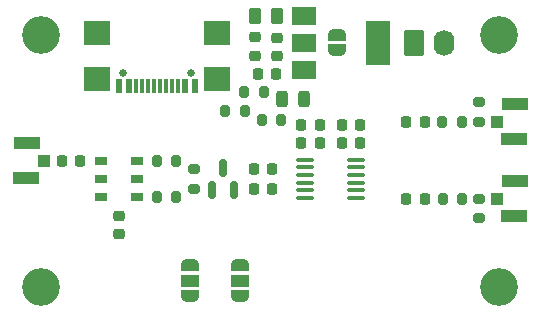
<source format=gbr>
%TF.GenerationSoftware,KiCad,Pcbnew,(7.0.0)*%
%TF.CreationDate,2023-03-22T16:00:15+00:00*%
%TF.ProjectId,CSAD2,43534144-322e-46b6-9963-61645f706362,0.2*%
%TF.SameCoordinates,Original*%
%TF.FileFunction,Soldermask,Top*%
%TF.FilePolarity,Negative*%
%FSLAX46Y46*%
G04 Gerber Fmt 4.6, Leading zero omitted, Abs format (unit mm)*
G04 Created by KiCad (PCBNEW (7.0.0)) date 2023-03-22 16:00:15*
%MOMM*%
%LPD*%
G01*
G04 APERTURE LIST*
G04 Aperture macros list*
%AMRoundRect*
0 Rectangle with rounded corners*
0 $1 Rounding radius*
0 $2 $3 $4 $5 $6 $7 $8 $9 X,Y pos of 4 corners*
0 Add a 4 corners polygon primitive as box body*
4,1,4,$2,$3,$4,$5,$6,$7,$8,$9,$2,$3,0*
0 Add four circle primitives for the rounded corners*
1,1,$1+$1,$2,$3*
1,1,$1+$1,$4,$5*
1,1,$1+$1,$6,$7*
1,1,$1+$1,$8,$9*
0 Add four rect primitives between the rounded corners*
20,1,$1+$1,$2,$3,$4,$5,0*
20,1,$1+$1,$4,$5,$6,$7,0*
20,1,$1+$1,$6,$7,$8,$9,0*
20,1,$1+$1,$8,$9,$2,$3,0*%
%AMFreePoly0*
4,1,19,0.500000,-0.750000,0.000000,-0.750000,0.000000,-0.744911,-0.071157,-0.744911,-0.207708,-0.704816,-0.327430,-0.627875,-0.420627,-0.520320,-0.479746,-0.390866,-0.500000,-0.250000,-0.500000,0.250000,-0.479746,0.390866,-0.420627,0.520320,-0.327430,0.627875,-0.207708,0.704816,-0.071157,0.744911,0.000000,0.744911,0.000000,0.750000,0.500000,0.750000,0.500000,-0.750000,0.500000,-0.750000,
$1*%
%AMFreePoly1*
4,1,19,0.000000,0.744911,0.071157,0.744911,0.207708,0.704816,0.327430,0.627875,0.420627,0.520320,0.479746,0.390866,0.500000,0.250000,0.500000,-0.250000,0.479746,-0.390866,0.420627,-0.520320,0.327430,-0.627875,0.207708,-0.704816,0.071157,-0.744911,0.000000,-0.744911,0.000000,-0.750000,-0.500000,-0.750000,-0.500000,0.750000,0.000000,0.750000,0.000000,0.744911,0.000000,0.744911,
$1*%
%AMFreePoly2*
4,1,19,0.550000,-0.750000,0.000000,-0.750000,0.000000,-0.744911,-0.071157,-0.744911,-0.207708,-0.704816,-0.327430,-0.627875,-0.420627,-0.520320,-0.479746,-0.390866,-0.500000,-0.250000,-0.500000,0.250000,-0.479746,0.390866,-0.420627,0.520320,-0.327430,0.627875,-0.207708,0.704816,-0.071157,0.744911,0.000000,0.744911,0.000000,0.750000,0.550000,0.750000,0.550000,-0.750000,0.550000,-0.750000,
$1*%
%AMFreePoly3*
4,1,19,0.000000,0.744911,0.071157,0.744911,0.207708,0.704816,0.327430,0.627875,0.420627,0.520320,0.479746,0.390866,0.500000,0.250000,0.500000,-0.250000,0.479746,-0.390866,0.420627,-0.520320,0.327430,-0.627875,0.207708,-0.704816,0.071157,-0.744911,0.000000,-0.744911,0.000000,-0.750000,-0.550000,-0.750000,-0.550000,0.750000,0.000000,0.750000,0.000000,0.744911,0.000000,0.744911,
$1*%
G04 Aperture macros list end*
%ADD10RoundRect,0.200000X-0.200000X-0.275000X0.200000X-0.275000X0.200000X0.275000X-0.200000X0.275000X0*%
%ADD11RoundRect,0.225000X-0.225000X-0.250000X0.225000X-0.250000X0.225000X0.250000X-0.225000X0.250000X0*%
%ADD12RoundRect,0.225000X0.250000X-0.225000X0.250000X0.225000X-0.250000X0.225000X-0.250000X-0.225000X0*%
%ADD13RoundRect,0.225000X-0.250000X0.225000X-0.250000X-0.225000X0.250000X-0.225000X0.250000X0.225000X0*%
%ADD14RoundRect,0.225000X0.225000X0.250000X-0.225000X0.250000X-0.225000X-0.250000X0.225000X-0.250000X0*%
%ADD15RoundRect,0.200000X0.200000X0.275000X-0.200000X0.275000X-0.200000X-0.275000X0.200000X-0.275000X0*%
%ADD16FreePoly0,90.000000*%
%ADD17FreePoly1,90.000000*%
%ADD18RoundRect,0.100000X-0.625000X-0.100000X0.625000X-0.100000X0.625000X0.100000X-0.625000X0.100000X0*%
%ADD19R,1.000000X1.000000*%
%ADD20R,2.200000X1.050000*%
%ADD21RoundRect,0.243750X-0.243750X-0.456250X0.243750X-0.456250X0.243750X0.456250X-0.243750X0.456250X0*%
%ADD22C,3.200000*%
%ADD23RoundRect,0.200000X0.275000X-0.200000X0.275000X0.200000X-0.275000X0.200000X-0.275000X-0.200000X0*%
%ADD24RoundRect,0.250000X-0.620000X-0.845000X0.620000X-0.845000X0.620000X0.845000X-0.620000X0.845000X0*%
%ADD25O,1.740000X2.190000*%
%ADD26FreePoly2,270.000000*%
%ADD27R,1.500000X1.000000*%
%ADD28FreePoly3,270.000000*%
%ADD29RoundRect,0.200000X-0.275000X0.200000X-0.275000X-0.200000X0.275000X-0.200000X0.275000X0.200000X0*%
%ADD30R,2.000000X1.500000*%
%ADD31R,2.000000X3.800000*%
%ADD32RoundRect,0.250000X-0.262500X-0.450000X0.262500X-0.450000X0.262500X0.450000X-0.262500X0.450000X0*%
%ADD33R,1.140000X0.760000*%
%ADD34RoundRect,0.150000X0.150000X-0.587500X0.150000X0.587500X-0.150000X0.587500X-0.150000X-0.587500X0*%
%ADD35C,0.650000*%
%ADD36R,0.600000X1.150000*%
%ADD37R,0.300000X1.150000*%
%ADD38R,2.180000X2.000000*%
G04 APERTURE END LIST*
D10*
%TO.C,R6*%
X155075000Y-94946250D03*
X156725000Y-94946250D03*
%TD*%
D11*
%TO.C,C8*%
X146525000Y-90200000D03*
X148075000Y-90200000D03*
%TD*%
D12*
%TO.C,C2*%
X141025000Y-82875000D03*
X141025000Y-81325000D03*
%TD*%
D13*
%TO.C,C17*%
X127700000Y-96425000D03*
X127700000Y-97975000D03*
%TD*%
D14*
%TO.C,C31*%
X144675000Y-88700000D03*
X143125000Y-88700000D03*
%TD*%
D15*
%TO.C,R5*%
X138325000Y-87500000D03*
X136675000Y-87500000D03*
%TD*%
D12*
%TO.C,C1*%
X139200000Y-82850000D03*
X139200000Y-81300000D03*
%TD*%
D11*
%TO.C,C16*%
X139125000Y-92445000D03*
X140675000Y-92445000D03*
%TD*%
D16*
%TO.C,JP3*%
X146100000Y-82400000D03*
D17*
X146100000Y-81100000D03*
%TD*%
D11*
%TO.C,C18*%
X139125000Y-94095000D03*
X140675000Y-94095000D03*
%TD*%
%TO.C,C10*%
X122825000Y-91750000D03*
X124375000Y-91750000D03*
%TD*%
D18*
%TO.C,U2*%
X143450000Y-91645000D03*
X143450000Y-92295000D03*
X143450000Y-92945000D03*
X143450000Y-93595000D03*
X143450000Y-94245000D03*
X143450000Y-94895000D03*
X147750000Y-94895000D03*
X147750000Y-94245000D03*
X147750000Y-93595000D03*
X147750000Y-92945000D03*
X147750000Y-92295000D03*
X147750000Y-91645000D03*
%TD*%
D10*
%TO.C,R10*%
X130875000Y-91750000D03*
X132525000Y-91750000D03*
%TD*%
D11*
%TO.C,C30*%
X146525000Y-88700000D03*
X148075000Y-88700000D03*
%TD*%
D19*
%TO.C,J4*%
X159699999Y-94946249D03*
D20*
X161099999Y-96421249D03*
X161199999Y-93471249D03*
%TD*%
D21*
%TO.C,D1*%
X141462500Y-86500000D03*
X143337500Y-86500000D03*
%TD*%
D22*
%TO.C,H2*%
X159900000Y-81100000D03*
%TD*%
D11*
%TO.C,C4*%
X152025000Y-88446250D03*
X153575000Y-88446250D03*
%TD*%
D23*
%TO.C,R7*%
X158200000Y-96596250D03*
X158200000Y-94946250D03*
%TD*%
D22*
%TO.C,H1*%
X121100000Y-81100000D03*
%TD*%
D24*
%TO.C,J1*%
X152700000Y-81800000D03*
D25*
X155239999Y-81799999D03*
%TD*%
D10*
%TO.C,R12*%
X130875000Y-94790000D03*
X132525000Y-94790000D03*
%TD*%
D26*
%TO.C,JP1*%
X133700000Y-100600000D03*
D27*
X133699999Y-101899999D03*
D28*
X133700000Y-103200000D03*
%TD*%
D29*
%TO.C,R3*%
X158200000Y-86796250D03*
X158200000Y-88446250D03*
%TD*%
D30*
%TO.C,U1*%
X143337499Y-79499999D03*
X143337499Y-81799999D03*
D31*
X149637499Y-81799999D03*
D30*
X143337499Y-84099999D03*
%TD*%
D32*
%TO.C,FB1*%
X139200000Y-79500000D03*
X141025000Y-79500000D03*
%TD*%
D33*
%TO.C,T1*%
X129224999Y-91749999D03*
X129224999Y-93269999D03*
X129224999Y-94789999D03*
X126174999Y-94789999D03*
X126174999Y-93269999D03*
X126174999Y-91749999D03*
%TD*%
D22*
%TO.C,H4*%
X159900000Y-102400000D03*
%TD*%
D15*
%TO.C,R1*%
X139925000Y-85900000D03*
X138275000Y-85900000D03*
%TD*%
D19*
%TO.C,J3*%
X159699999Y-88446249D03*
D20*
X161099999Y-89921249D03*
X161199999Y-86971249D03*
%TD*%
D11*
%TO.C,C3*%
X139425000Y-84400000D03*
X140975000Y-84400000D03*
%TD*%
D10*
%TO.C,R2*%
X155050000Y-88446250D03*
X156700000Y-88446250D03*
%TD*%
D34*
%TO.C,D2*%
X135550000Y-94207500D03*
X137450000Y-94207500D03*
X136500000Y-92332500D03*
%TD*%
D26*
%TO.C,JP2*%
X137900000Y-100600000D03*
D27*
X137899999Y-101899999D03*
D28*
X137900000Y-103200000D03*
%TD*%
D14*
%TO.C,C7*%
X144675000Y-90200000D03*
X143125000Y-90200000D03*
%TD*%
D29*
%TO.C,R11*%
X134000000Y-92445000D03*
X134000000Y-94095000D03*
%TD*%
D11*
%TO.C,C5*%
X152025000Y-94946250D03*
X153575000Y-94946250D03*
%TD*%
D19*
%TO.C,J7*%
X121299999Y-91749999D03*
D20*
X119899999Y-90274999D03*
X119799999Y-93224999D03*
%TD*%
D15*
%TO.C,R4*%
X141425000Y-88300000D03*
X139775000Y-88300000D03*
%TD*%
D22*
%TO.C,H3*%
X121100000Y-102400000D03*
%TD*%
D35*
%TO.C,J2*%
X133790000Y-84315000D03*
X128010000Y-84315000D03*
D36*
X134099999Y-85389999D03*
X133299999Y-85389999D03*
D37*
X132149999Y-85389999D03*
X131149999Y-85389999D03*
X130649999Y-85389999D03*
X129649999Y-85389999D03*
D36*
X128499999Y-85389999D03*
X127699999Y-85389999D03*
X127699999Y-85389999D03*
X128499999Y-85389999D03*
D37*
X129149999Y-85389999D03*
X130149999Y-85389999D03*
X131649999Y-85389999D03*
X132649999Y-85389999D03*
D36*
X133299999Y-85389999D03*
X134099999Y-85389999D03*
D38*
X136009999Y-84814999D03*
X136009999Y-80884999D03*
X125789999Y-84814999D03*
X125789999Y-80884999D03*
%TD*%
M02*

</source>
